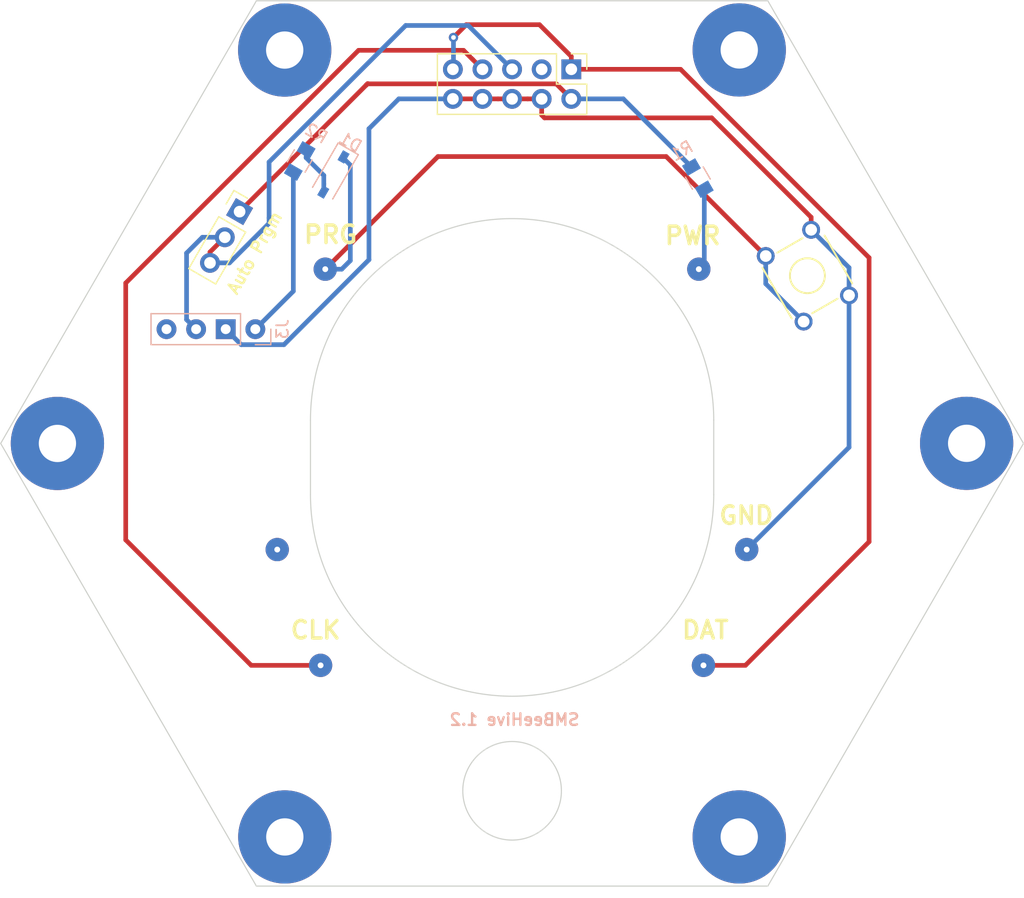
<source format=kicad_pcb>
(kicad_pcb (version 20171130) (host pcbnew "(5.0.2-5-10.14)")

  (general
    (thickness 1.6)
    (drawings 115)
    (tracks 78)
    (zones 0)
    (modules 20)
    (nets 13)
  )

  (page A4)
  (layers
    (0 F.Cu signal)
    (31 B.Cu signal)
    (32 B.Adhes user hide)
    (33 F.Adhes user hide)
    (34 B.Paste user hide)
    (35 F.Paste user hide)
    (36 B.SilkS user)
    (37 F.SilkS user)
    (38 B.Mask user hide)
    (39 F.Mask user hide)
    (40 Dwgs.User user)
    (41 Cmts.User user hide)
    (42 Eco1.User user hide)
    (43 Eco2.User user hide)
    (44 Edge.Cuts user)
    (45 Margin user hide)
    (46 B.CrtYd user hide)
    (47 F.CrtYd user hide)
    (48 B.Fab user hide)
    (49 F.Fab user hide)
  )

  (setup
    (last_trace_width 0.4)
    (trace_clearance 0.2)
    (zone_clearance 0.508)
    (zone_45_only no)
    (trace_min 0.1524)
    (segment_width 0.2)
    (edge_width 0.15)
    (via_size 0.8)
    (via_drill 0.4)
    (via_min_size 0.712)
    (via_min_drill 0.33)
    (uvia_size 0.3)
    (uvia_drill 0.1)
    (uvias_allowed no)
    (uvia_min_size 0.2)
    (uvia_min_drill 0.1)
    (pcb_text_width 0.3)
    (pcb_text_size 1.5 1.5)
    (mod_edge_width 0.15)
    (mod_text_size 1 1)
    (mod_text_width 0.15)
    (pad_size 1.524 1.524)
    (pad_drill 0.762)
    (pad_to_mask_clearance 0.2)
    (solder_mask_min_width 0.25)
    (aux_axis_origin 0 0)
    (visible_elements FFFFFF7F)
    (pcbplotparams
      (layerselection 0x010f0_ffffffff)
      (usegerberextensions false)
      (usegerberattributes false)
      (usegerberadvancedattributes false)
      (creategerberjobfile false)
      (gerberprecision 5)
      (excludeedgelayer true)
      (linewidth 0.150000)
      (plotframeref false)
      (viasonmask false)
      (mode 1)
      (useauxorigin false)
      (hpglpennumber 1)
      (hpglpenspeed 20)
      (hpglpendiameter 15.000000)
      (psnegative false)
      (psa4output false)
      (plotreference true)
      (plotvalue true)
      (plotinvisibletext false)
      (padsonsilk false)
      (subtractmaskfromsilk true)
      (outputformat 1)
      (mirror false)
      (drillshape 0)
      (scaleselection 1)
      (outputdirectory "Gerber/"))
  )

  (net 0 "")
  (net 1 /5V)
  (net 2 /PWR)
  (net 3 "Net-(D1-Pad2)")
  (net 4 /+12V)
  (net 5 /GND)
  (net 6 /DAT)
  (net 7 /CLK)
  (net 8 /RST)
  (net 9 "Net-(J2-Pad3)")
  (net 10 /PRGM)
  (net 11 "Net-(J1-2-Pad1)")
  (net 12 /^SHDN)

  (net_class Default "This is the default net class."
    (clearance 0.2)
    (trace_width 0.4)
    (via_dia 0.8)
    (via_drill 0.4)
    (uvia_dia 0.3)
    (uvia_drill 0.1)
    (add_net /+12V)
    (add_net /5V)
    (add_net /CLK)
    (add_net /DAT)
    (add_net /GND)
    (add_net /PRGM)
    (add_net /PWR)
    (add_net /RST)
    (add_net /^SHDN)
    (add_net "Net-(D1-Pad2)")
    (add_net "Net-(J1-2-Pad1)")
    (add_net "Net-(J2-Pad3)")
  )

  (module SMBeeHive:M3-Mounting (layer F.Cu) (tedit 5C7696D3) (tstamp 5C6D343E)
    (at 55.92 78.95)
    (fp_text reference REF** (at 0.02 5) (layer F.SilkS) hide
      (effects (font (size 1 1) (thickness 0.15)))
    )
    (fp_text value fixing (at -0.01 -5) (layer F.Fab) hide
      (effects (font (size 1 1) (thickness 0.15)))
    )
    (pad "" np_thru_hole circle (at 0 0) (size 8 8) (drill 3.2) (layers *.Cu))
  )

  (module SMBeeHive:M3-Mounting (layer F.Cu) (tedit 5C7696D3) (tstamp 5C6D3492)
    (at 75.42 45.18)
    (fp_text reference REF** (at 0.02 5) (layer F.SilkS) hide
      (effects (font (size 1 1) (thickness 0.15)))
    )
    (fp_text value fixing (at -0.01 -5) (layer F.Fab) hide
      (effects (font (size 1 1) (thickness 0.15)))
    )
    (pad "" np_thru_hole circle (at 0 0) (size 8 8) (drill 3.2) (layers *.Cu))
  )

  (module SMBeeHive:M3-Mounting (layer F.Cu) (tedit 5C7696D3) (tstamp 5C6D34F6)
    (at 114.42 45.17)
    (fp_text reference REF** (at 0.02 5) (layer F.SilkS) hide
      (effects (font (size 1 1) (thickness 0.15)))
    )
    (fp_text value fixing (at -0.01 -5) (layer F.Fab) hide
      (effects (font (size 1 1) (thickness 0.15)))
    )
    (pad "" np_thru_hole circle (at 0 0) (size 8 8) (drill 3.2) (layers *.Cu))
  )

  (module SMBeeHive:M3-Mounting (layer F.Cu) (tedit 5C7696D3) (tstamp 5C6D3537)
    (at 133.93 78.94)
    (fp_text reference REF** (at 0.02 5) (layer F.SilkS) hide
      (effects (font (size 1 1) (thickness 0.15)))
    )
    (fp_text value fixing (at -0.01 -5) (layer F.Fab) hide
      (effects (font (size 1 1) (thickness 0.15)))
    )
    (pad "" np_thru_hole circle (at 0 0) (size 8 8) (drill 3.2) (layers *.Cu))
  )

  (module SMBeeHive:M3-Mounting (layer F.Cu) (tedit 5C7696D3) (tstamp 5C73A777)
    (at 114.42 112.73)
    (fp_text reference REF** (at 0.02 5) (layer F.SilkS) hide
      (effects (font (size 1 1) (thickness 0.15)))
    )
    (fp_text value fixing (at -0.01 -5) (layer F.Fab) hide
      (effects (font (size 1 1) (thickness 0.15)))
    )
    (pad "" np_thru_hole circle (at 0 0) (size 8 8) (drill 3.2) (layers *.Cu))
  )

  (module SMBeeHive:M3-Mounting (layer F.Cu) (tedit 5C7696D3) (tstamp 5C73A784)
    (at 75.43 112.73)
    (fp_text reference REF** (at 0.02 5) (layer F.SilkS) hide
      (effects (font (size 1 1) (thickness 0.15)))
    )
    (fp_text value fixing (at -0.01 -5) (layer F.Fab) hide
      (effects (font (size 1 1) (thickness 0.15)))
    )
    (pad "" np_thru_hole circle (at 0 0) (size 8 8) (drill 3.2) (layers *.Cu))
  )

  (module SMBeeHive:Pin-0906-1-15-20-7X-14-11-0 (layer F.Cu) (tedit 5C503055) (tstamp 5C2A28AF)
    (at 110.95 63.99)
    (path /5BC700AF)
    (fp_text reference J1-6 (at 0 2.5) (layer F.SilkS) hide
      (effects (font (size 1 1) (thickness 0.15)))
    )
    (fp_text value PWR (at 0 -2.5) (layer F.Fab)
      (effects (font (size 1 1) (thickness 0.15)))
    )
    (pad 1 thru_hole circle (at 0 0) (size 2 2) (drill 0.5) (layers *.Cu *.Mask)
      (net 2 /PWR))
  )

  (module SMBeeHive:Pin-0906-1-15-20-7X-14-11-0 (layer F.Cu) (tedit 5C503055) (tstamp 5C2A28AA)
    (at 115.06 88.06)
    (path /5BC70249)
    (fp_text reference J1-5 (at 0 2.5) (layer F.SilkS) hide
      (effects (font (size 1 1) (thickness 0.15)))
    )
    (fp_text value GND (at 0 -2.5) (layer F.Fab)
      (effects (font (size 1 1) (thickness 0.15)))
    )
    (pad 1 thru_hole circle (at 0 0) (size 2 2) (drill 0.5) (layers *.Cu *.Mask)
      (net 5 /GND))
  )

  (module SMBeeHive:Pin-0906-1-15-20-7X-14-11-0 (layer F.Cu) (tedit 5C503055) (tstamp 5C2A28A5)
    (at 111.35 98)
    (path /5BC70286)
    (fp_text reference J1-4 (at 0 2.5) (layer F.SilkS) hide
      (effects (font (size 1 1) (thickness 0.15)))
    )
    (fp_text value DAT (at 0 -2.5) (layer F.Fab)
      (effects (font (size 1 1) (thickness 0.15)))
    )
    (pad 1 thru_hole circle (at 0 0) (size 2 2) (drill 0.5) (layers *.Cu *.Mask)
      (net 6 /DAT))
  )

  (module SMBeeHive:Pin-0906-1-15-20-7X-14-11-0 (layer F.Cu) (tedit 5C503055) (tstamp 5C503B62)
    (at 78.5 98)
    (path /5BC702C6)
    (fp_text reference J1-3 (at 0 2.5) (layer F.SilkS) hide
      (effects (font (size 1 1) (thickness 0.15)))
    )
    (fp_text value CLK (at 0 -2.5) (layer F.Fab)
      (effects (font (size 1 1) (thickness 0.15)))
    )
    (pad 1 thru_hole circle (at 0 0) (size 2 2) (drill 0.5) (layers *.Cu *.Mask)
      (net 7 /CLK))
  )

  (module SMBeeHive:Pin-0906-1-15-20-7X-14-11-0 (layer F.Cu) (tedit 5C503055) (tstamp 5C503B23)
    (at 74.78 88.06)
    (path /5BC7034F)
    (fp_text reference J1-2 (at 0 2.5) (layer F.SilkS) hide
      (effects (font (size 1 1) (thickness 0.15)))
    )
    (fp_text value NC (at 0 -2.5) (layer F.Fab)
      (effects (font (size 1 1) (thickness 0.15)))
    )
    (pad 1 thru_hole circle (at 0 0) (size 2 2) (drill 0.5) (layers *.Cu *.Mask)
      (net 11 "Net-(J1-2-Pad1)"))
  )

  (module SMBeeHive:Pin-0906-1-15-20-7X-14-11-0 (layer F.Cu) (tedit 5C503055) (tstamp 5C2A2896)
    (at 78.9 63.99)
    (path /5BC7039B)
    (fp_text reference J1-1 (at 0 2.5) (layer F.SilkS) hide
      (effects (font (size 1 1) (thickness 0.15)))
    )
    (fp_text value RST (at 0 -2.5) (layer F.Fab)
      (effects (font (size 1 1) (thickness 0.15)))
    )
    (pad 1 thru_hole circle (at 0 0) (size 2 2) (drill 0.5) (layers *.Cu *.Mask)
      (net 8 /RST))
  )

  (module SMBeeHive:Pin_Header_Straight_1x04_Pitch2.54mm (layer B.Cu) (tedit 5C6E7388) (tstamp 5C766A8D)
    (at 72.9 69.14 90)
    (descr "Through hole straight pin header, 1x04, 2.54mm pitch, single row")
    (tags "Through hole pin header THT 1x04 2.54mm single row")
    (path /5BC70E8A)
    (fp_text reference J3 (at 0 2.33 90) (layer B.SilkS)
      (effects (font (size 1 1) (thickness 0.15)) (justify mirror))
    )
    (fp_text value S10V2F12 (at 0 -9.95 90) (layer B.Fab)
      (effects (font (size 1 1) (thickness 0.15)) (justify mirror))
    )
    (fp_line (start -0.635 1.27) (end 1.27 1.27) (layer B.Fab) (width 0.1))
    (fp_line (start 1.27 1.27) (end 1.27 -8.89) (layer B.Fab) (width 0.1))
    (fp_line (start 1.27 -8.89) (end -1.27 -8.89) (layer B.Fab) (width 0.1))
    (fp_line (start -1.27 -8.89) (end -1.27 0.635) (layer B.Fab) (width 0.1))
    (fp_line (start -1.27 0.635) (end -0.635 1.27) (layer B.Fab) (width 0.1))
    (fp_line (start -1.33 -8.95) (end 1.33 -8.95) (layer B.SilkS) (width 0.12))
    (fp_line (start -1.33 -1.27) (end -1.33 -8.95) (layer B.SilkS) (width 0.12))
    (fp_line (start 1.33 -1.27) (end 1.33 -8.95) (layer B.SilkS) (width 0.12))
    (fp_line (start -1.33 -1.27) (end 1.33 -1.27) (layer B.SilkS) (width 0.12))
    (fp_line (start -1.33 0) (end -1.33 1.33) (layer B.SilkS) (width 0.12))
    (fp_line (start -1.33 1.33) (end 0 1.33) (layer B.SilkS) (width 0.12))
    (fp_line (start -1.8 1.8) (end -1.8 -9.4) (layer B.CrtYd) (width 0.05))
    (fp_line (start -1.8 -9.4) (end 1.8 -9.4) (layer B.CrtYd) (width 0.05))
    (fp_line (start 1.8 -9.4) (end 1.8 1.8) (layer B.CrtYd) (width 0.05))
    (fp_line (start 1.8 1.8) (end -1.8 1.8) (layer B.CrtYd) (width 0.05))
    (fp_text user %R (at -0.175 -3.87) (layer B.Fab)
      (effects (font (size 1 1) (thickness 0.15)) (justify mirror))
    )
    (pad 1 thru_hole circle (at 0 0 90) (size 1.7 1.7) (drill 0.85) (layers *.Cu *.Mask)
      (net 4 /+12V))
    (pad 2 thru_hole rect (at 0 -2.54 90) (size 1.7 1.7) (drill 0.85) (layers *.Cu *.Mask)
      (net 5 /GND))
    (pad 3 thru_hole oval (at 0 -5.08 90) (size 1.7 1.7) (drill 0.85) (layers *.Cu *.Mask)
      (net 10 /PRGM))
    (pad 4 thru_hole oval (at 0 -7.62 90) (size 1.7 1.7) (drill 0.85) (layers *.Cu *.Mask)
      (net 12 /^SHDN))
    (model ${KISYS3DMOD}/Pin_Headers.3dshapes/Pin_Header_Straight_1x04_Pitch2.54mm.wrl
      (at (xyz 0 0 0))
      (scale (xyz 1 1 1))
      (rotate (xyz 0 0 0))
    )
  )

  (module SMBeeHive:SW_1825910-6 (layer F.Cu) (tedit 5C4DCD42) (tstamp 5C2A2891)
    (at 120.59 60.61 300)
    (path /5BC871D0)
    (fp_text reference SW1 (at 3.5 6.25 300) (layer F.SilkS) hide
      (effects (font (size 1 1) (thickness 0.15)))
    )
    (fp_text value toggle-sleep (at 3.25 -2 300) (layer F.Fab)
      (effects (font (size 1 1) (thickness 0.15)))
    )
    (fp_circle (center 3.25 2.25) (end 4.75 2.25) (layer F.SilkS) (width 0.15))
    (fp_line (start 6.25 1) (end 6.25 3.5) (layer F.SilkS) (width 0.15))
    (fp_line (start 5.75 5.25) (end 0.75 5.25) (layer F.SilkS) (width 0.15))
    (fp_line (start 0.25 0.999999) (end 0.25 3.5) (layer F.SilkS) (width 0.15))
    (fp_line (start 5.75 -0.75) (end 1 -0.75) (layer F.SilkS) (width 0.15))
    (pad 4 thru_hole circle (at 6.5 4.5 300) (size 1.524 1.524) (drill 0.99) (layers *.Cu *.Mask)
      (net 8 /RST))
    (pad 3 thru_hole circle (at 0 4.5 300) (size 1.524 1.524) (drill 0.99) (layers *.Cu *.Mask)
      (net 8 /RST))
    (pad 2 thru_hole circle (at 6.5 0 300) (size 1.524 1.524) (drill 0.99) (layers *.Cu *.Mask)
      (net 5 /GND))
    (pad 1 thru_hole circle (at 0 0 300) (size 1.524 1.524) (drill 0.99) (layers *.Cu *.Mask)
      (net 5 /GND))
  )

  (module SMBeeHive:SW_1825910-6 (layer F.Cu) (tedit 5C4DCD42) (tstamp 5C2A2891)
    (at 120.59 60.61 300)
    (path /5BC871D0)
    (fp_text reference SW1 (at 3.5 6.25 300) (layer F.SilkS) hide
      (effects (font (size 1 1) (thickness 0.15)))
    )
    (fp_text value toggle-sleep (at 3.25 -2 300) (layer F.Fab)
      (effects (font (size 1 1) (thickness 0.15)))
    )
    (fp_circle (center 3.25 2.25) (end 4.75 2.25) (layer F.SilkS) (width 0.15))
    (fp_line (start 6.25 1) (end 6.25 3.5) (layer F.SilkS) (width 0.15))
    (fp_line (start 5.75 5.25) (end 0.75 5.25) (layer F.SilkS) (width 0.15))
    (fp_line (start 0.25 0.999999) (end 0.25 3.5) (layer F.SilkS) (width 0.15))
    (fp_line (start 5.75 -0.75) (end 1 -0.75) (layer F.SilkS) (width 0.15))
    (pad 4 thru_hole circle (at 6.5 4.5 300) (size 1.524 1.524) (drill 0.99) (layers *.Cu *.Mask)
      (net 8 /RST))
    (pad 3 thru_hole circle (at 0 4.5 300) (size 1.524 1.524) (drill 0.99) (layers *.Cu *.Mask)
      (net 8 /RST))
    (pad 2 thru_hole circle (at 6.5 0 300) (size 1.524 1.524) (drill 0.99) (layers *.Cu *.Mask)
      (net 5 /GND))
    (pad 1 thru_hole circle (at 0 0 300) (size 1.524 1.524) (drill 0.99) (layers *.Cu *.Mask)
      (net 5 /GND))
  )

  (module BeeHive:R_0805_HandSoldering (layer B.Cu) (tedit 5C360962) (tstamp 5C501AC7)
    (at 110.87 56.17 120)
    (descr "Resistor SMD 0805, hand soldering")
    (tags "resistor 0805")
    (path /5BC863EB)
    (attr smd)
    (fp_text reference R1 (at 2.716499 -0.025115 210) (layer B.SilkS)
      (effects (font (size 1 1) (thickness 0.15)) (justify mirror))
    )
    (fp_text value 220R (at 0 -1.75 120) (layer B.Fab) hide
      (effects (font (size 1 1) (thickness 0.15)) (justify mirror))
    )
    (fp_text user %R (at 0 0 120) (layer B.Fab)
      (effects (font (size 0.5 0.5) (thickness 0.075)) (justify mirror))
    )
    (fp_line (start -1 -0.62) (end -1 0.62) (layer B.Fab) (width 0.1))
    (fp_line (start 1 -0.62) (end -1 -0.62) (layer B.Fab) (width 0.1))
    (fp_line (start 1 0.62) (end 1 -0.62) (layer B.Fab) (width 0.1))
    (fp_line (start -1 0.62) (end 1 0.62) (layer B.Fab) (width 0.1))
    (fp_line (start 0.6 -0.88) (end -0.6 -0.88) (layer B.SilkS) (width 0.12))
    (fp_line (start -0.6 0.88) (end 0.6 0.88) (layer B.SilkS) (width 0.12))
    (fp_line (start -1.85 0.9) (end 1.85 0.9) (layer B.CrtYd) (width 0.05))
    (fp_line (start -1.85 0.9) (end -1.85 -0.9) (layer B.CrtYd) (width 0.05))
    (fp_line (start 1.85 -0.9) (end 1.85 0.9) (layer B.CrtYd) (width 0.05))
    (fp_line (start 1.85 -0.9) (end -1.85 -0.9) (layer B.CrtYd) (width 0.05))
    (pad 1 smd rect (at -1.1 0 120) (size 1 1.3) (layers B.Cu B.Paste B.Mask)
      (net 2 /PWR))
    (pad 2 smd rect (at 1.1 0 120) (size 1 1.3) (layers B.Cu B.Paste B.Mask)
      (net 1 /5V))
    (model ${KISYS3DMOD}/Resistors_SMD.3dshapes/R_0805.wrl
      (at (xyz 0 0 0))
      (scale (xyz 1 1 1))
      (rotate (xyz 0 0 0))
    )
  )

  (module BeeHive:D_SOD-123 (layer B.Cu) (tedit 5C6D15B5) (tstamp 5C6D1584)
    (at 79.6 55.86 240)
    (descr SOD-123)
    (tags SOD-123)
    (path /5BC86FFB)
    (attr smd)
    (fp_text reference D1 (at -3.12889 0.120603 330) (layer B.SilkS)
      (effects (font (size 1 1) (thickness 0.15)) (justify mirror))
    )
    (fp_text value STPS0520Z (at 0 -2.1 240) (layer B.Fab)
      (effects (font (size 1 1) (thickness 0.15)) (justify mirror))
    )
    (fp_text user %R (at 0 2 240) (layer B.Fab)
      (effects (font (size 1 1) (thickness 0.15)) (justify mirror))
    )
    (fp_line (start -2.54 0.999999) (end -2.54 -1) (layer B.SilkS) (width 0.12))
    (fp_line (start 0.25 0) (end 0.75 0) (layer B.Fab) (width 0.1))
    (fp_line (start 0.25 -0.4) (end -0.35 0) (layer B.Fab) (width 0.1))
    (fp_line (start 0.25 0.4) (end 0.25 -0.4) (layer B.Fab) (width 0.1))
    (fp_line (start -0.35 0) (end 0.25 0.4) (layer B.Fab) (width 0.1))
    (fp_line (start -0.35 0) (end -0.35 -0.55) (layer B.Fab) (width 0.1))
    (fp_line (start -0.35 0) (end -0.35 0.55) (layer B.Fab) (width 0.1))
    (fp_line (start -0.75 0) (end -0.35 0) (layer B.Fab) (width 0.1))
    (fp_line (start -1.4 -0.9) (end -1.4 0.9) (layer B.Fab) (width 0.1))
    (fp_line (start 1.4 -0.9) (end -1.4 -0.9) (layer B.Fab) (width 0.1))
    (fp_line (start 1.4 0.9) (end 1.4 -0.9) (layer B.Fab) (width 0.1))
    (fp_line (start -1.4 0.9) (end 1.4 0.9) (layer B.Fab) (width 0.1))
    (fp_line (start -2.64 1.15) (end 2.64 1.15) (layer B.CrtYd) (width 0.05))
    (fp_line (start 2.64 1.15) (end 2.64 -1.15) (layer B.CrtYd) (width 0.05))
    (fp_line (start 2.64 -1.15) (end -2.64 -1.15) (layer B.CrtYd) (width 0.05))
    (fp_line (start -2.64 1.15) (end -2.64 -1.15) (layer B.CrtYd) (width 0.05))
    (fp_line (start -2.54 -1) (end 1.85 -1) (layer B.SilkS) (width 0.12))
    (fp_line (start -2.54 0.999999) (end 1.85 1) (layer B.SilkS) (width 0.12))
    (pad 1 smd rect (at -1.74 0 240) (size 0.97 0.65) (layers B.Cu B.Paste B.Mask)
      (net 8 /RST))
    (pad 2 smd rect (at 1.74 0 240) (size 0.97 0.65) (layers B.Cu B.Paste B.Mask)
      (net 3 "Net-(D1-Pad2)"))
    (model ${KISYS3DMOD}/Diodes_SMD.3dshapes/D_SOD-123.wrl
      (at (xyz 0 0 0))
      (scale (xyz 1 1 1))
      (rotate (xyz 0 0 0))
    )
  )

  (module Pin_Headers:Pin_Header_Straight_1x03_Pitch2.54mm (layer F.Cu) (tedit 59650532) (tstamp 5C6C4EE9)
    (at 71.55 59.05 330)
    (descr "Through hole straight pin header, 1x03, 2.54mm pitch, single row")
    (tags "Through hole pin header THT 1x03 2.54mm single row")
    (path /5BCA81CA)
    (fp_text reference JP1 (at 0 -2.33 330) (layer F.SilkS) hide
      (effects (font (size 1 1) (thickness 0.15)))
    )
    (fp_text value "PRGM Source" (at 0 7.41 330) (layer F.Fab)
      (effects (font (size 1 1) (thickness 0.15)))
    )
    (fp_line (start -0.635 -1.27) (end 1.27 -1.27) (layer F.Fab) (width 0.1))
    (fp_line (start 1.27 -1.27) (end 1.27 6.35) (layer F.Fab) (width 0.1))
    (fp_line (start 1.27 6.35) (end -1.27 6.35) (layer F.Fab) (width 0.1))
    (fp_line (start -1.27 6.35) (end -1.27 -0.635) (layer F.Fab) (width 0.1))
    (fp_line (start -1.27 -0.635) (end -0.635 -1.27) (layer F.Fab) (width 0.1))
    (fp_line (start -1.33 6.41) (end 1.33 6.41) (layer F.SilkS) (width 0.12))
    (fp_line (start -1.33 1.27) (end -1.33 6.41) (layer F.SilkS) (width 0.12))
    (fp_line (start 1.33 1.27) (end 1.33 6.41) (layer F.SilkS) (width 0.12))
    (fp_line (start -1.33 1.27) (end 1.33 1.27) (layer F.SilkS) (width 0.12))
    (fp_line (start -1.33 0) (end -1.33 -1.33) (layer F.SilkS) (width 0.12))
    (fp_line (start -1.33 -1.33) (end 0 -1.33) (layer F.SilkS) (width 0.12))
    (fp_line (start -1.8 -1.8) (end -1.8 6.85) (layer F.CrtYd) (width 0.05))
    (fp_line (start -1.8 6.85) (end 1.8 6.85) (layer F.CrtYd) (width 0.05))
    (fp_line (start 1.8 6.85) (end 1.8 -1.8) (layer F.CrtYd) (width 0.05))
    (fp_line (start 1.8 -1.8) (end -1.8 -1.8) (layer F.CrtYd) (width 0.05))
    (fp_text user %R (at 0 2.54 60) (layer F.Fab)
      (effects (font (size 1 1) (thickness 0.15)))
    )
    (pad 1 thru_hole rect (at 0 0 330) (size 1.7 1.7) (drill 1) (layers *.Cu *.Mask)
      (net 1 /5V))
    (pad 2 thru_hole oval (at 0 2.54 330) (size 1.7 1.7) (drill 1) (layers *.Cu *.Mask)
      (net 10 /PRGM))
    (pad 3 thru_hole oval (at 0 5.08 330) (size 1.7 1.7) (drill 1) (layers *.Cu *.Mask)
      (net 10 /PRGM))
    (model ${KISYS3DMOD}/Pin_Headers.3dshapes/Pin_Header_Straight_1x03_Pitch2.54mm.wrl
      (at (xyz 0 0 0))
      (scale (xyz 1 1 1))
      (rotate (xyz 0 0 0))
    )
  )

  (module Pin_Headers:Pin_Header_Straight_2x05_Pitch2.54mm (layer F.Cu) (tedit 59650532) (tstamp 5C2A286D)
    (at 100.01 46.83 270)
    (descr "Through hole straight pin header, 2x05, 2.54mm pitch, double rows")
    (tags "Through hole pin header THT 2x05 2.54mm double row")
    (path /5BC710B6)
    (fp_text reference J2 (at 1.27 -2.33 270) (layer F.SilkS) hide
      (effects (font (size 1 1) (thickness 0.15)))
    )
    (fp_text value USBASP (at 1.27 12.49 270) (layer F.Fab)
      (effects (font (size 1 1) (thickness 0.15)))
    )
    (fp_line (start 0 -1.27) (end 3.81 -1.27) (layer F.Fab) (width 0.1))
    (fp_line (start 3.81 -1.27) (end 3.81 11.43) (layer F.Fab) (width 0.1))
    (fp_line (start 3.81 11.43) (end -1.27 11.43) (layer F.Fab) (width 0.1))
    (fp_line (start -1.27 11.43) (end -1.27 0) (layer F.Fab) (width 0.1))
    (fp_line (start -1.27 0) (end 0 -1.27) (layer F.Fab) (width 0.1))
    (fp_line (start -1.33 11.49) (end 3.87 11.49) (layer F.SilkS) (width 0.12))
    (fp_line (start -1.33 1.27) (end -1.33 11.49) (layer F.SilkS) (width 0.12))
    (fp_line (start 3.87 -1.33) (end 3.87 11.49) (layer F.SilkS) (width 0.12))
    (fp_line (start -1.33 1.27) (end 1.27 1.27) (layer F.SilkS) (width 0.12))
    (fp_line (start 1.27 1.27) (end 1.27 -1.33) (layer F.SilkS) (width 0.12))
    (fp_line (start 1.27 -1.33) (end 3.87 -1.33) (layer F.SilkS) (width 0.12))
    (fp_line (start -1.33 0) (end -1.33 -1.33) (layer F.SilkS) (width 0.12))
    (fp_line (start -1.33 -1.33) (end 0 -1.33) (layer F.SilkS) (width 0.12))
    (fp_line (start -1.8 -1.8) (end -1.8 11.95) (layer F.CrtYd) (width 0.05))
    (fp_line (start -1.8 11.95) (end 4.35 11.95) (layer F.CrtYd) (width 0.05))
    (fp_line (start 4.35 11.95) (end 4.35 -1.8) (layer F.CrtYd) (width 0.05))
    (fp_line (start 4.35 -1.8) (end -1.8 -1.8) (layer F.CrtYd) (width 0.05))
    (fp_text user %R (at 1.27 5.08) (layer F.Fab)
      (effects (font (size 1 1) (thickness 0.15)))
    )
    (pad 1 thru_hole rect (at 0 0 270) (size 1.7 1.7) (drill 1) (layers *.Cu *.Mask)
      (net 6 /DAT))
    (pad 2 thru_hole oval (at 2.54 0 270) (size 1.7 1.7) (drill 1) (layers *.Cu *.Mask)
      (net 1 /5V))
    (pad 3 thru_hole oval (at 0 2.54 270) (size 1.7 1.7) (drill 1) (layers *.Cu *.Mask)
      (net 9 "Net-(J2-Pad3)"))
    (pad 4 thru_hole oval (at 2.54 2.54 270) (size 1.7 1.7) (drill 1) (layers *.Cu *.Mask)
      (net 5 /GND))
    (pad 5 thru_hole oval (at 0 5.08 270) (size 1.7 1.7) (drill 1) (layers *.Cu *.Mask)
      (net 10 /PRGM))
    (pad 6 thru_hole oval (at 2.54 5.08 270) (size 1.7 1.7) (drill 1) (layers *.Cu *.Mask)
      (net 5 /GND))
    (pad 7 thru_hole oval (at 0 7.62 270) (size 1.7 1.7) (drill 1) (layers *.Cu *.Mask)
      (net 7 /CLK))
    (pad 8 thru_hole oval (at 2.54 7.62 270) (size 1.7 1.7) (drill 1) (layers *.Cu *.Mask)
      (net 5 /GND))
    (pad 9 thru_hole oval (at 0 10.16 270) (size 1.7 1.7) (drill 1) (layers *.Cu *.Mask)
      (net 6 /DAT))
    (pad 10 thru_hole oval (at 2.54 10.16 270) (size 1.7 1.7) (drill 1) (layers *.Cu *.Mask)
      (net 5 /GND))
    (model ${KISYS3DMOD}/Pin_Headers.3dshapes/Pin_Header_Straight_2x05_Pitch2.54mm.wrl
      (at (xyz 0 0 0))
      (scale (xyz 1 1 1))
      (rotate (xyz 0 0 0))
    )
  )

  (module BeeHive:R_0805_HandSoldering (layer B.Cu) (tedit 5C360962) (tstamp 5C501AD7)
    (at 76.71 54.7 240)
    (descr "Resistor SMD 0805, hand soldering")
    (tags "resistor 0805")
    (path /5BC873B8)
    (attr smd)
    (fp_text reference R2 (at -2.75382 -0.049756 330) (layer B.SilkS)
      (effects (font (size 1 1) (thickness 0.15)) (justify mirror))
    )
    (fp_text value 10K (at 0 -1.75 240) (layer B.Fab) hide
      (effects (font (size 1 1) (thickness 0.15)) (justify mirror))
    )
    (fp_text user %R (at 0 0 240) (layer B.Fab)
      (effects (font (size 0.5 0.5) (thickness 0.075)) (justify mirror))
    )
    (fp_line (start -1 -0.62) (end -1 0.62) (layer B.Fab) (width 0.1))
    (fp_line (start 1 -0.62) (end -1 -0.62) (layer B.Fab) (width 0.1))
    (fp_line (start 1 0.62) (end 1 -0.62) (layer B.Fab) (width 0.1))
    (fp_line (start -1 0.62) (end 1 0.62) (layer B.Fab) (width 0.1))
    (fp_line (start 0.6 -0.88) (end -0.6 -0.88) (layer B.SilkS) (width 0.12))
    (fp_line (start -0.6 0.88) (end 0.6 0.88) (layer B.SilkS) (width 0.12))
    (fp_line (start -1.85 0.9) (end 1.85 0.9) (layer B.CrtYd) (width 0.05))
    (fp_line (start -1.85 0.9) (end -1.85 -0.9) (layer B.CrtYd) (width 0.05))
    (fp_line (start 1.85 -0.9) (end 1.85 0.9) (layer B.CrtYd) (width 0.05))
    (fp_line (start 1.85 -0.9) (end -1.85 -0.9) (layer B.CrtYd) (width 0.05))
    (pad 1 smd rect (at -1.1 0 240) (size 1 1.3) (layers B.Cu B.Paste B.Mask)
      (net 3 "Net-(D1-Pad2)"))
    (pad 2 smd rect (at 1.1 0 240) (size 1 1.3) (layers B.Cu B.Paste B.Mask)
      (net 4 /+12V))
    (model ${KISYS3DMOD}/Resistors_SMD.3dshapes/R_0805.wrl
      (at (xyz 0 0 0))
      (scale (xyz 1 1 1))
      (rotate (xyz 0 0 0))
    )
  )

  (gr_line (start 116.860726 40.931847) (end 72.982106 40.931847) (layer Dwgs.User) (width 0.1))
  (gr_line (start 116.860726 116.931847) (end 138.800036 78.931847) (layer Dwgs.User) (width 0.1))
  (gr_line (start 72.982106 116.931847) (end 116.860726 116.931847) (layer Dwgs.User) (width 0.1))
  (gr_line (start 92.671416 44.931847) (end 92.671416 43.931847) (layer Dwgs.User) (width 0.1))
  (gr_line (start 92.671416 43.931847) (end 97.171416 43.931847) (layer Dwgs.User) (width 0.1))
  (gr_line (start 69.68761 65.874836) (end 66.569918 64.074836) (layer Dwgs.User) (width 0.1))
  (gr_line (start 74.01261 58.383716) (end 69.68761 65.874836) (layer Dwgs.User) (width 0.1))
  (gr_circle (center 133.921416 78.931847) (end 136.671416 78.931847) (layer Dwgs.User) (width 0.1))
  (gr_circle (center 114.421416 45.156856) (end 117.171416 45.156856) (layer Dwgs.User) (width 0.1))
  (gr_line (start 116.436394 55.586843) (end 107.77614 60.586843) (layer Dwgs.User) (width 0.1))
  (gr_line (start 104.27614 54.524665) (end 112.936394 49.524665) (layer Dwgs.User) (width 0.1))
  (gr_line (start 103.921416 44.931847) (end 103.921416 51.231847) (layer Dwgs.User) (width 0.1))
  (gr_line (start 51.042796 78.931847) (end 72.982106 116.931847) (layer Dwgs.User) (width 0.1))
  (gr_line (start 72.982106 40.931847) (end 51.042796 78.931847) (layer Dwgs.User) (width 0.1))
  (gr_arc (start 118.341794 104.366563) (end 118.341794 105.366563) (angle -90) (layer Dwgs.User) (width 0.1))
  (gr_line (start 118.341794 105.366563) (end 101.571416 105.366563) (layer Dwgs.User) (width 0.1))
  (gr_arc (start 101.571416 106.366563) (end 101.571416 105.366563) (angle -90) (layer Dwgs.User) (width 0.1))
  (gr_circle (center 74.78278 88.045966) (end 75.78278 88.045966) (layer Dwgs.User) (width 0.1))
  (gr_line (start 79.89265 63.968558) (end 77.89265 63.968558) (layer Dwgs.User) (width 0.1))
  (gr_line (start 78.89265 62.968558) (end 78.89265 64.968558) (layer Dwgs.User) (width 0.1))
  (gr_circle (center 78.89265 63.968558) (end 79.89265 63.968558) (layer Dwgs.User) (width 0.1))
  (gr_line (start 119.341794 103.416563) (end 119.341794 104.366563) (layer Dwgs.User) (width 0.1))
  (gr_circle (center 120.58 60.600835) (end 121.58 60.600835) (layer Dwgs.User) (width 0.1))
  (gr_circle (center 116.682886 62.850835) (end 117.682886 62.850835) (layer Dwgs.User) (width 0.1))
  (gr_circle (center 120.256443 64.540418) (end 125.699704 64.540418) (layer Dwgs.User) (width 0.1))
  (gr_circle (center 55.921416 78.931847) (end 58.671416 78.931847) (layer Dwgs.User) (width 0.1))
  (gr_line (start 76.92074 49.527163) (end 85.580994 54.527163) (layer Dwgs.User) (width 0.1))
  (gr_line (start 73.42074 55.589341) (end 76.92074 49.527163) (layer Dwgs.User) (width 0.1))
  (gr_line (start 112.936394 49.524665) (end 116.436394 55.586843) (layer Dwgs.User) (width 0.1))
  (gr_arc (start 65.283092 69.13642) (end 65.283092 68.03642) (angle -180) (layer Dwgs.User) (width 0.1))
  (gr_line (start 65.283092 70.23642) (end 72.903092 70.23642) (layer Dwgs.User) (width 0.1))
  (gr_arc (start 72.903092 69.13642) (end 72.903092 70.23642) (angle -180) (layer Dwgs.User) (width 0.1))
  (gr_line (start 72.903092 68.03642) (end 65.283092 68.03642) (layer Dwgs.User) (width 0.1))
  (gr_circle (center 133.921416 78.931847) (end 137.921416 78.931847) (layer Dwgs.User) (width 0.1))
  (gr_circle (center 114.421416 112.706838) (end 118.421416 112.706838) (layer Dwgs.User) (width 0.1))
  (gr_circle (center 75.421416 112.706838) (end 79.421416 112.706838) (layer Dwgs.User) (width 0.1))
  (gr_circle (center 55.921416 78.931847) (end 59.921416 78.931847) (layer Dwgs.User) (width 0.1))
  (gr_circle (center 114.421416 45.156856) (end 118.421416 45.156856) (layer Dwgs.User) (width 0.1))
  (gr_circle (center 75.421416 45.156856) (end 79.421416 45.156856) (layer Dwgs.User) (width 0.1))
  (gr_circle (center 114.421416 112.706838) (end 117.171416 112.706838) (layer Dwgs.User) (width 0.1))
  (gr_circle (center 75.421416 112.706838) (end 78.171416 112.706838) (layer Dwgs.User) (width 0.1))
  (gr_line (start 101.796416 44.931847) (end 101.796416 51.231847) (layer Dwgs.User) (width 0.1))
  (gr_line (start 88.046416 51.231847) (end 88.046416 44.931847) (layer Dwgs.User) (width 0.1))
  (gr_line (start 63.593092 69.13642) (end 74.593092 69.13642) (layer Dwgs.User) (width 0.1))
  (gr_circle (center 72.903092 69.13642) (end 73.753092 69.13642) (layer Dwgs.User) (width 0.1))
  (gr_circle (center 70.363092 69.13642) (end 71.213092 69.13642) (layer Dwgs.User) (width 0.1))
  (gr_circle (center 67.823092 69.13642) (end 68.673092 69.13642) (layer Dwgs.User) (width 0.1))
  (gr_circle (center 65.283092 69.13642) (end 66.133092 69.13642) (layer Dwgs.User) (width 0.1))
  (gr_line (start 74.593092 82.93642) (end 74.593092 67.33642) (layer Dwgs.User) (width 0.1))
  (gr_line (start 74.593092 67.33642) (end 63.593092 67.33642) (layer Dwgs.User) (width 0.1))
  (gr_line (start 63.593092 82.93642) (end 74.593092 82.93642) (layer Dwgs.User) (width 0.1))
  (gr_line (start 63.593092 67.33642) (end 63.593092 82.93642) (layer Dwgs.User) (width 0.1))
  (gr_circle (center 133.921416 78.931847) (end 135.421416 78.931847) (layer Dwgs.User) (width 0.1))
  (gr_circle (center 114.421416 45.156856) (end 115.921416 45.156856) (layer Dwgs.User) (width 0.1))
  (gr_circle (center 55.921416 78.931847) (end 57.421416 78.931847) (layer Dwgs.User) (width 0.1))
  (gr_circle (center 75.421416 45.156856) (end 76.921416 45.156856) (layer Dwgs.User) (width 0.1))
  (gr_line (start 109.950182 63.968558) (end 111.950182 63.968558) (layer Dwgs.User) (width 0.1))
  (gr_line (start 110.950182 64.968558) (end 110.950182 62.968558) (layer Dwgs.User) (width 0.1))
  (gr_circle (center 110.950182 63.968558) (end 111.950182 63.968558) (layer Dwgs.User) (width 0.1))
  (gr_line (start 114.060052 88.045966) (end 116.060052 88.045966) (layer Dwgs.User) (width 0.1))
  (gr_line (start 115.060052 87.045966) (end 115.060052 89.045966) (layer Dwgs.User) (width 0.1))
  (gr_circle (center 115.060052 88.045966) (end 116.060052 88.045966) (layer Dwgs.User) (width 0.1))
  (gr_line (start 110.344689 97.983871) (end 112.344689 97.983871) (layer Dwgs.User) (width 0.1))
  (gr_line (start 111.344689 96.983871) (end 111.344689 98.983871) (layer Dwgs.User) (width 0.1))
  (gr_circle (center 111.344689 97.983871) (end 112.344689 97.983871) (layer Dwgs.User) (width 0.1))
  (gr_line (start 77.498143 97.983871) (end 79.498143 97.983871) (layer Dwgs.User) (width 0.1))
  (gr_line (start 78.498143 96.983871) (end 78.498143 98.983871) (layer Dwgs.User) (width 0.1))
  (gr_circle (center 78.498143 97.983871) (end 79.498143 97.983871) (layer Dwgs.User) (width 0.1))
  (gr_line (start 74.78278 87.045966) (end 74.78278 89.045966) (layer Dwgs.User) (width 0.1))
  (gr_line (start 73.78278 88.045966) (end 75.78278 88.045966) (layer Dwgs.User) (width 0.1))
  (gr_line (start 85.921416 51.231847) (end 85.921416 44.931847) (layer Dwgs.User) (width 0.1))
  (gr_line (start 103.921416 51.231847) (end 85.921416 51.231847) (layer Dwgs.User) (width 0.1))
  (gr_line (start 103.921416 44.931847) (end 97.171416 44.931847) (layer Dwgs.User) (width 0.1))
  (gr_line (start 85.921416 44.931847) (end 92.671416 44.931847) (layer Dwgs.User) (width 0.1))
  (gr_line (start 97.171416 43.931847) (end 97.171416 44.931847) (layer Dwgs.User) (width 0.1))
  (gr_line (start 107.77614 60.586843) (end 104.27614 54.524665) (layer Dwgs.User) (width 0.1))
  (gr_line (start 82.080994 60.589341) (end 73.42074 55.589341) (layer Dwgs.User) (width 0.1))
  (gr_line (start 85.580994 54.527163) (end 82.080994 60.589341) (layer Dwgs.User) (width 0.1))
  (gr_line (start 70.894918 56.583716) (end 74.01261 58.383716) (layer Dwgs.User) (width 0.1))
  (gr_line (start 66.569918 64.074836) (end 70.894918 56.583716) (layer Dwgs.User) (width 0.1))
  (gr_circle (center 75.421416 45.156856) (end 78.171416 45.156856) (layer Dwgs.User) (width 0.1))
  (gr_line (start 138.800036 78.931847) (end 116.860726 40.931847) (layer Dwgs.User) (width 0.1))
  (gr_line (start 100.571416 106.366563) (end 100.571416 117.931847) (layer Dwgs.User) (width 0.1))
  (gr_line (start 89.271416 117.931847) (end 89.271416 106.366563) (layer Dwgs.User) (width 0.1))
  (gr_line (start 70.501038 104.366563) (end 70.501038 103.416563) (layer Dwgs.User) (width 0.1))
  (gr_arc (start 71.501038 104.366563) (end 70.501038 104.366563) (angle -90) (layer Dwgs.User) (width 0.1))
  (gr_arc (start 88.271416 106.366563) (end 89.271416 106.366563) (angle -90) (layer Dwgs.User) (width 0.1))
  (gr_line (start 88.271416 105.366563) (end 71.501038 105.366563) (layer Dwgs.User) (width 0.1))
  (gr_line (start 70.501038 103.416563) (end 119.341794 103.416563) (layer Dwgs.User) (width 0.1))
  (gr_line (start 112.221416 83.331847) (end 112.221416 76.931847) (layer Dwgs.User) (width 0.1))
  (gr_arc (start 94.921416 83.331847) (end 77.624177 83.640927) (angle -178.9763054) (layer Dwgs.User) (width 0.1))
  (gr_line (start 77.621416 76.931847) (end 77.621416 83.331847) (layer Dwgs.User) (width 0.1))
  (gr_arc (start 94.921416 76.931847) (end 78.270685 72.236833) (angle -15.74688318) (layer Dwgs.User) (width 0.1))
  (gr_arc (start 94.921416 67.717305) (end 105.522744 63.260642) (angle -134.397472) (layer Dwgs.User) (width 0.1))
  (gr_arc (start 94.921416 76.931847) (end 112.221416 76.931847) (angle -164.2531168) (layer Dwgs.User) (width 0.1))
  (gr_circle (center 119.932886 68.48) (end 120.932886 68.48) (layer Dwgs.User) (width 0.1))
  (gr_circle (center 123.83 66.23) (end 124.83 66.23) (layer Dwgs.User) (width 0.1))
  (gr_text PWR (at 110.43 61.12) (layer F.SilkS)
    (effects (font (size 1.5 1.5) (thickness 0.3)))
  )
  (gr_text GND (at 115.02 85.13) (layer F.SilkS)
    (effects (font (size 1.5 1.5) (thickness 0.3)))
  )
  (gr_text DAT (at 111.51 94.97) (layer F.SilkS)
    (effects (font (size 1.5 1.5) (thickness 0.3)))
  )
  (gr_text CLK (at 78.07 94.97) (layer F.SilkS)
    (effects (font (size 1.5 1.5) (thickness 0.3)))
  )
  (gr_text PRG (at 79.36 61.02) (layer F.SilkS)
    (effects (font (size 1.5 1.5) (thickness 0.3)))
  )
  (gr_line (start 72.99138 116.95) (end 116.87 116.95) (layer Edge.Cuts) (width 0.1))
  (gr_line (start 51.05207 78.95) (end 72.99138 116.95) (layer Edge.Cuts) (width 0.1))
  (gr_line (start 72.99138 40.95) (end 51.05207 78.95) (layer Edge.Cuts) (width 0.1))
  (gr_circle (center 94.93069 108.769963) (end 99.162049 108.769963) (layer Edge.Cuts) (width 0.1))
  (gr_arc (start 94.93069 76.95) (end 112.23069 76.95) (angle -180) (layer Edge.Cuts) (width 0.1))
  (gr_line (start 116.87 116.95) (end 138.80931 78.95) (layer Edge.Cuts) (width 0.1))
  (gr_line (start 138.80931 78.95) (end 116.87 40.95) (layer Edge.Cuts) (width 0.1))
  (gr_line (start 77.63069 83.35) (end 77.63069 76.95) (layer Edge.Cuts) (width 0.1))
  (gr_arc (start 94.93069 83.35) (end 77.63069 83.35) (angle -180) (layer Edge.Cuts) (width 0.1))
  (gr_line (start 112.23069 76.95) (end 112.23069 83.35) (layer Edge.Cuts) (width 0.1))
  (gr_line (start 116.87 40.95) (end 72.99138 40.95) (layer Edge.Cuts) (width 0.1))
  (gr_text "Auto Prgm" (at 72.84 62.57 60) (layer F.SilkS)
    (effects (font (size 1 1) (thickness 0.2)))
  )
  (gr_text "SMBeeHive 1.2" (at 95.14 102.66) (layer B.SilkS)
    (effects (font (size 1 1) (thickness 0.2)) (justify mirror))
  )

  (segment (start 104.472628 49.37) (end 100.01 49.37) (width 0.4) (layer B.Cu) (net 1))
  (segment (start 110.32 55.217372) (end 104.472628 49.37) (width 0.4) (layer B.Cu) (net 1))
  (segment (start 71.55 59.05) (end 82.405001 48.194999) (width 0.4) (layer F.Cu) (net 1))
  (segment (start 82.405001 48.194999) (end 82.55 48.05) (width 0.4) (layer F.Cu) (net 1))
  (segment (start 98.621891 48.080001) (end 82.519999 48.080001) (width 0.4) (layer F.Cu) (net 1))
  (segment (start 82.519999 48.080001) (end 82.405001 48.194999) (width 0.4) (layer F.Cu) (net 1))
  (segment (start 98.720001 48.080001) (end 100.01 49.37) (width 0.4) (layer F.Cu) (net 1))
  (segment (start 98.621891 48.080001) (end 98.720001 48.080001) (width 0.4) (layer F.Cu) (net 1))
  (segment (start 111.42 63.52) (end 110.95 63.99) (width 0.4) (layer B.Cu) (net 2))
  (segment (start 111.42 57.122628) (end 111.42 63.52) (width 0.4) (layer B.Cu) (net 2))
  (segment (start 78.775 55.939722) (end 78.775 56.669328) (width 0.4) (layer B.Cu) (net 3))
  (segment (start 78.775 56.669328) (end 78.775 57.288942) (width 0.4) (layer B.Cu) (net 3))
  (segment (start 77.26 54.424722) (end 78.775 55.939722) (width 0.4) (layer B.Cu) (net 3))
  (segment (start 77.26 53.747372) (end 77.26 54.424722) (width 0.4) (layer B.Cu) (net 3))
  (segment (start 76.16 65.88) (end 76.16 55.652628) (width 0.4) (layer B.Cu) (net 4))
  (segment (start 72.9 69.14) (end 76.16 65.88) (width 0.4) (layer B.Cu) (net 4))
  (segment (start 123.84 79.28) (end 123.84 66.239165) (width 0.4) (layer B.Cu) (net 5))
  (segment (start 115.06 88.06) (end 123.84 79.28) (width 0.4) (layer B.Cu) (net 5))
  (segment (start 123.84 63.86) (end 120.59 60.61) (width 0.4) (layer B.Cu) (net 5))
  (segment (start 123.84 66.239165) (end 123.84 63.86) (width 0.4) (layer B.Cu) (net 5))
  (segment (start 96.267919 49.37) (end 94.93 49.37) (width 0.4) (layer F.Cu) (net 5))
  (segment (start 97.47 49.37) (end 96.267919 49.37) (width 0.4) (layer F.Cu) (net 5))
  (segment (start 93.727919 49.37) (end 89.85 49.37) (width 0.4) (layer F.Cu) (net 5))
  (segment (start 94.93 49.37) (end 93.727919 49.37) (width 0.4) (layer F.Cu) (net 5))
  (segment (start 97.71 51) (end 97.47 50.76) (width 0.4) (layer F.Cu) (net 5))
  (segment (start 120.59 60.61) (end 120.59 59.53237) (width 0.4) (layer F.Cu) (net 5))
  (segment (start 112.05763 51) (end 97.71 51) (width 0.4) (layer F.Cu) (net 5))
  (segment (start 97.47 50.572081) (end 97.47 49.37) (width 0.4) (layer F.Cu) (net 5))
  (segment (start 97.47 50.76) (end 97.47 50.572081) (width 0.4) (layer F.Cu) (net 5))
  (segment (start 120.59 59.53237) (end 112.05763 51) (width 0.4) (layer F.Cu) (net 5))
  (segment (start 85.21 49.37) (end 89.85 49.37) (width 0.4) (layer B.Cu) (net 5))
  (segment (start 82.65 51.93) (end 85.21 49.37) (width 0.4) (layer B.Cu) (net 5))
  (segment (start 82.65 63.18) (end 82.65 51.93) (width 0.4) (layer B.Cu) (net 5))
  (segment (start 75.36 70.47) (end 82.65 63.18) (width 0.4) (layer B.Cu) (net 5))
  (segment (start 71.69 70.47) (end 75.36 70.47) (width 0.4) (layer B.Cu) (net 5))
  (segment (start 70.36 69.14) (end 71.69 70.47) (width 0.4) (layer B.Cu) (net 5))
  (via (at 89.9 44.1) (size 0.8) (drill 0.4) (layers F.Cu B.Cu) (net 6))
  (segment (start 89.9 46.78) (end 89.85 46.83) (width 0.4) (layer B.Cu) (net 6))
  (segment (start 89.9 44.1) (end 89.9 46.78) (width 0.4) (layer B.Cu) (net 6))
  (segment (start 91 43) (end 89.9 44.1) (width 0.4) (layer F.Cu) (net 6))
  (segment (start 97.28 43) (end 91 43) (width 0.4) (layer F.Cu) (net 6))
  (segment (start 100.01 45.73) (end 97.28 43) (width 0.4) (layer F.Cu) (net 6))
  (segment (start 100.01 46.83) (end 100.01 45.73) (width 0.4) (layer F.Cu) (net 6))
  (segment (start 109.384002 46.83) (end 100.01 46.83) (width 0.4) (layer F.Cu) (net 6))
  (segment (start 125.56 63.005998) (end 109.384002 46.83) (width 0.4) (layer F.Cu) (net 6))
  (segment (start 114.95 98) (end 125.56 87.39) (width 0.4) (layer F.Cu) (net 6))
  (segment (start 125.56 87.39) (end 125.56 63.005998) (width 0.4) (layer F.Cu) (net 6))
  (segment (start 111.35 98) (end 114.95 98) (width 0.4) (layer F.Cu) (net 6))
  (segment (start 91.540001 45.980001) (end 92.39 46.83) (width 0.4) (layer F.Cu) (net 7))
  (segment (start 81.76 45.2) (end 90.76 45.2) (width 0.4) (layer F.Cu) (net 7))
  (segment (start 90.76 45.2) (end 91.540001 45.980001) (width 0.4) (layer F.Cu) (net 7))
  (segment (start 61.78 65.18) (end 81.76 45.2) (width 0.4) (layer F.Cu) (net 7))
  (segment (start 61.78 87.23) (end 61.78 65.18) (width 0.4) (layer F.Cu) (net 7))
  (segment (start 72.55 98) (end 61.78 87.23) (width 0.4) (layer F.Cu) (net 7))
  (segment (start 78.5 98) (end 72.55 98) (width 0.4) (layer F.Cu) (net 7))
  (segment (start 116.692886 65.239165) (end 119.942886 68.489165) (width 0.4) (layer B.Cu) (net 8))
  (segment (start 116.692886 62.86) (end 116.692886 65.239165) (width 0.4) (layer B.Cu) (net 8))
  (segment (start 79.899999 62.990001) (end 78.9 63.99) (width 0.4) (layer F.Cu) (net 8))
  (segment (start 88.57 54.32) (end 79.899999 62.990001) (width 0.4) (layer F.Cu) (net 8))
  (segment (start 108.152886 54.32) (end 88.57 54.32) (width 0.4) (layer F.Cu) (net 8))
  (segment (start 116.692886 62.86) (end 108.152886 54.32) (width 0.4) (layer F.Cu) (net 8))
  (segment (start 81.05 55.056058) (end 80.425 54.431058) (width 0.4) (layer B.Cu) (net 8))
  (segment (start 80.314213 63.99) (end 81.05 63.254213) (width 0.4) (layer B.Cu) (net 8))
  (segment (start 78.9 63.99) (end 80.314213 63.99) (width 0.4) (layer B.Cu) (net 8))
  (segment (start 81.05 63.254213) (end 81.05 55.056058) (width 0.4) (layer B.Cu) (net 8))
  (segment (start 74.08 54.79) (end 74.08 59.59) (width 0.4) (layer B.Cu) (net 10))
  (segment (start 85.8 43.07) (end 74.08 54.79) (width 0.4) (layer B.Cu) (net 10))
  (segment (start 91.17 43.07) (end 85.8 43.07) (width 0.4) (layer B.Cu) (net 10))
  (segment (start 94.93 46.83) (end 91.17 43.07) (width 0.4) (layer B.Cu) (net 10))
  (segment (start 69.01 62.519705) (end 70.28 61.249705) (width 0.4) (layer F.Cu) (net 10))
  (segment (start 69.01 63.449409) (end 69.01 62.519705) (width 0.4) (layer F.Cu) (net 10))
  (segment (start 67 62.61) (end 67 68.32) (width 0.4) (layer B.Cu) (net 10))
  (segment (start 67 68.32) (end 67.82 69.14) (width 0.4) (layer B.Cu) (net 10))
  (segment (start 68.360295 61.249705) (end 67 62.61) (width 0.4) (layer B.Cu) (net 10))
  (segment (start 70.28 61.249705) (end 68.360295 61.249705) (width 0.4) (layer B.Cu) (net 10))
  (segment (start 70.680591 63.449409) (end 74.08 60.05) (width 0.4) (layer B.Cu) (net 10))
  (segment (start 74.08 60.05) (end 74.08 59.59) (width 0.4) (layer B.Cu) (net 10))
  (segment (start 69.01 63.449409) (end 70.680591 63.449409) (width 0.4) (layer B.Cu) (net 10))

)

</source>
